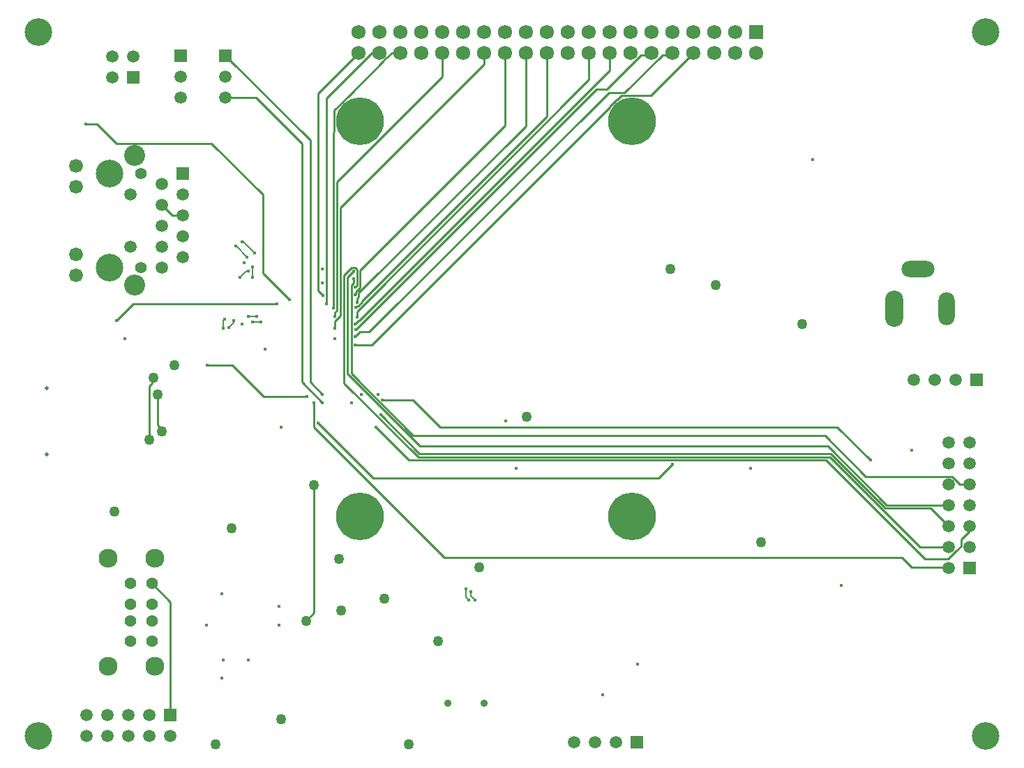
<source format=gbl>
G04*
G04 #@! TF.GenerationSoftware,Altium Limited,Altium Designer,25.2.1 (25)*
G04*
G04 Layer_Physical_Order=4*
G04 Layer_Color=16711680*
%FSLAX43Y43*%
%MOMM*%
G71*
G04*
G04 #@! TF.SameCoordinates,0A798D29-7D92-4AD3-8B22-41AEFD2D755B*
G04*
G04*
G04 #@! TF.FilePolarity,Positive*
G04*
G01*
G75*
%ADD10C,0.254*%
%ADD119C,0.148*%
%ADD121C,5.800*%
%ADD122C,1.428*%
%ADD123C,2.300*%
%ADD124C,0.500*%
%ADD125R,1.500X1.500*%
%ADD126C,1.500*%
%ADD127C,3.350*%
%ADD128C,2.550*%
%ADD129R,1.508X1.508*%
%ADD130C,1.508*%
%ADD131C,1.408*%
%ADD132C,1.680*%
%ADD133R,1.500X1.500*%
%ADD134R,1.725X1.725*%
%ADD135C,1.725*%
%ADD136C,0.900*%
%ADD137O,2.200X4.400*%
%ADD138O,4.000X2.000*%
%ADD139O,2.000X4.000*%
%ADD140C,0.400*%
%ADD141C,1.270*%
D10*
X113294Y115294D02*
G03*
X112446Y114446I1746J-2594D01*
G01*
X84961Y120043D02*
G03*
X85397Y120479I-521J957D01*
G01*
X81677Y88880D02*
Y89577D01*
X109840Y117740D01*
X81677Y88880D02*
X81688Y88869D01*
X80146Y80854D02*
Y94000D01*
X81677Y92721D02*
Y94677D01*
X80146Y94000D02*
X81073Y94927D01*
X81427D01*
X80146Y80854D02*
X89146Y71854D01*
X80500Y81999D02*
Y93750D01*
X81250Y94500D01*
X81427Y94927D02*
X81677Y94677D01*
X81514Y91914D02*
X82031Y92432D01*
X81000Y92749D02*
X81250Y92999D01*
X81486Y92530D02*
X81677Y92721D01*
X81250Y92999D02*
Y93500D01*
X81486Y92491D02*
Y92530D01*
X82031Y92432D02*
Y94531D01*
X99680Y112180D01*
X88500Y74500D02*
X138500D01*
X138823Y73177D02*
X145990Y66010D01*
X138500Y74500D02*
X143473Y69527D01*
X81000Y82000D02*
X88500Y74500D01*
X80500Y81999D02*
X89322Y73177D01*
X138823D01*
X140000Y75500D02*
X144000Y71500D01*
X88498Y78802D02*
X91800Y75500D01*
X140000D01*
X89281Y72323D02*
X139176D01*
X88000Y71500D02*
X138606D01*
X139176Y72323D02*
X145844Y65656D01*
X139145Y71854D02*
X145697Y65302D01*
X84000Y75500D02*
X88000Y71500D01*
X84552Y77052D02*
X89281Y72323D01*
X89146Y71854D02*
X139145D01*
X138606Y71500D02*
X150606Y59500D01*
X81000Y82000D02*
Y92749D01*
X77573Y91500D02*
Y91540D01*
X77000Y92113D02*
X77573Y91540D01*
X64000Y110000D02*
X70250Y103750D01*
Y94250D02*
X73500Y91000D01*
X70250Y94250D02*
Y103750D01*
X77000Y76000D02*
X83700Y69300D01*
X118300D02*
X120000Y71000D01*
X83700Y69300D02*
X118300D01*
X76500Y75500D02*
Y78500D01*
Y75500D02*
X92300Y59700D01*
X147800D01*
X149000Y58500D01*
X84802Y78802D02*
X88498D01*
X83173Y87073D02*
X112281Y116181D01*
X81564Y87364D02*
X110736Y116535D01*
X111996D01*
X81500Y86500D02*
X82073Y87073D01*
X83173D01*
X82312Y90812D02*
X104760Y113260D01*
Y121000D01*
X81803Y90268D02*
X81867D01*
X81542Y90046D02*
X81581D01*
X81690Y90695D02*
X81718Y90723D01*
Y91181D02*
X81913Y91375D01*
Y91813D01*
X109840Y117740D02*
Y121000D01*
X82312Y90713D02*
Y90812D01*
X81581Y90046D02*
X81803Y90268D01*
X81718Y90723D02*
Y91181D01*
X81867Y90268D02*
X82312Y90713D01*
X113294Y115294D02*
X113827Y115827D01*
X81500Y85500D02*
X83500D01*
X113827Y115827D02*
X117367D01*
X83500Y85500D02*
X112446Y114446D01*
X112281Y116181D02*
X114182D01*
X81514Y91580D02*
Y91914D01*
X81486Y91552D02*
X81514Y91580D01*
X102220Y112120D02*
Y121000D01*
X81913Y91813D02*
X102220Y112120D01*
X99680Y112180D02*
Y121000D01*
X63500Y83000D02*
X66600D01*
X70400Y79200D02*
X75600D01*
X66600Y83000D02*
X70400Y79200D01*
X48748Y112352D02*
X50148D01*
X52500Y110000D01*
X77000Y92113D02*
Y92427D01*
X78000Y115500D02*
X83500Y121000D01*
X78000Y90540D02*
Y115500D01*
X77000Y116100D02*
X81900Y121000D01*
X77000Y92427D02*
Y116100D01*
X76000Y81000D02*
Y110381D01*
Y81000D02*
X77500Y79500D01*
X65750Y120631D02*
X76000Y110381D01*
X69449Y115551D02*
X75000Y110000D01*
Y81000D02*
X77500Y78500D01*
X75000Y81000D02*
Y110000D01*
X65750Y115551D02*
X69449D01*
X78000Y90500D02*
Y90540D01*
X52500Y110000D02*
X64000D01*
X143473Y69527D02*
X153895D01*
X154872Y68550D01*
X151304Y65656D02*
X153490Y63470D01*
X145844Y65656D02*
X151304D01*
X145698Y65302D02*
X150070Y60930D01*
X145697Y65302D02*
X145698D01*
X150070Y60930D02*
X153490D01*
X150606Y59500D02*
X150606Y59500D01*
X152000D01*
X84000Y75500D02*
X84000D01*
X153442Y59500D02*
X154467Y60525D01*
X152633Y59500D02*
X153442D01*
X152000D02*
X152633D01*
X154467Y60525D02*
X155008Y61065D01*
Y61875D02*
X156030Y62897D01*
X155008Y61065D02*
Y61875D01*
X154872Y68550D02*
X156030D01*
X145990Y66010D02*
X153490D01*
X81961Y88462D02*
X112380Y118881D01*
X81448Y88052D02*
X81450D01*
X81860Y88462D01*
X81961D01*
X78865Y90000D02*
Y111357D01*
X78913Y111405D01*
X79000Y89396D02*
X79292Y89688D01*
Y105292D01*
X92060Y118060D01*
X79646Y89042D02*
Y102146D01*
X79427Y88823D02*
X79646Y89042D01*
Y102146D02*
X97140Y119640D01*
X79000Y89000D02*
Y89396D01*
X119756Y120756D02*
X120000Y121000D01*
X114182Y116181D02*
X118757Y120756D01*
X119756D01*
X153380Y58500D02*
X153490Y58390D01*
X149000Y58500D02*
X153380D01*
X112380Y118881D02*
Y121000D01*
X156030Y62897D02*
Y63470D01*
X92060Y118060D02*
Y121000D01*
X80745Y115827D02*
X84961Y120043D01*
X85918Y121000D02*
X86980D01*
X85397Y120479D02*
X85918Y121000D01*
X97140Y119640D02*
Y121000D01*
X78913Y111405D02*
Y113995D01*
X80745Y115827D01*
X79000Y87500D02*
Y88396D01*
X79427Y88823D01*
X83500Y121000D02*
X84440D01*
X52500Y88500D02*
X54500Y90500D01*
X72000D01*
X59270Y101270D02*
X60540D01*
X58000Y102540D02*
X59270Y101270D01*
X117216Y120756D02*
X117460Y121000D01*
X116216Y120756D02*
X117216D01*
X111996Y116535D02*
X116216Y120756D01*
X117367Y115827D02*
X122540Y121000D01*
X56830Y56500D02*
X59040Y54290D01*
Y40500D02*
Y54290D01*
X75500Y52000D02*
X76500Y53000D01*
Y68500D01*
X56500Y80500D02*
X56806Y80806D01*
Y81306D02*
X57000Y81500D01*
X56806Y80806D02*
Y81306D01*
X56500Y74000D02*
Y80500D01*
X58000Y75000D02*
Y75275D01*
X57500Y75775D02*
X58000Y75275D01*
X57500Y75775D02*
Y79500D01*
D119*
X67908Y98014D02*
X69291Y96631D01*
X67736Y98014D02*
X67908D01*
X67000Y97500D02*
X67033Y97500D01*
X68327Y96206D01*
X68250Y94500D02*
X68500D01*
X67500Y93750D02*
X68250Y94500D01*
X69000Y93750D02*
Y95000D01*
X65500Y88500D02*
X65605Y88605D01*
X66168Y87643D02*
X66750Y88225D01*
X65500Y87500D02*
Y88500D01*
X66168Y87575D02*
Y87643D01*
X66750Y88225D02*
Y88500D01*
X69000Y88250D02*
X70000D01*
X68500Y89000D02*
X69500D01*
X94921Y55797D02*
Y55874D01*
Y54829D02*
Y55797D01*
Y54829D02*
X95250Y54500D01*
X95500Y55000D02*
Y55500D01*
Y55000D02*
X96000Y54500D01*
D121*
X115040Y112700D02*
D03*
X82040D02*
D03*
X115040Y64700D02*
D03*
X82040D02*
D03*
D122*
X56830Y56500D02*
D03*
Y54000D02*
D03*
Y52000D02*
D03*
Y49500D02*
D03*
X54210Y56500D02*
D03*
Y54000D02*
D03*
Y52000D02*
D03*
Y49500D02*
D03*
D123*
X57180Y59570D02*
D03*
X51500D02*
D03*
X57180Y46430D02*
D03*
X51500D02*
D03*
D124*
X44050Y80235D02*
D03*
Y72235D02*
D03*
D125*
X59040Y40500D02*
D03*
X156893Y81264D02*
D03*
X115697Y37211D02*
D03*
D126*
X59040Y37960D02*
D03*
X56500Y40500D02*
D03*
Y37960D02*
D03*
X53960Y40500D02*
D03*
Y37960D02*
D03*
X51420Y40500D02*
D03*
Y37960D02*
D03*
X48880Y40500D02*
D03*
Y37960D02*
D03*
X153490Y58390D02*
D03*
X156030Y60930D02*
D03*
X153490D02*
D03*
X156030Y63470D02*
D03*
X153490D02*
D03*
X156030Y66010D02*
D03*
X153490D02*
D03*
X156030Y68550D02*
D03*
X153490D02*
D03*
X156030Y71090D02*
D03*
X153490D02*
D03*
X156030Y73630D02*
D03*
X153490D02*
D03*
X154353Y81264D02*
D03*
X151813D02*
D03*
X149273D02*
D03*
X52000Y118000D02*
D03*
X54540Y120540D02*
D03*
X52000D02*
D03*
X60289Y115551D02*
D03*
Y118091D02*
D03*
X65750Y115551D02*
D03*
Y118091D02*
D03*
X108077Y37211D02*
D03*
X110617D02*
D03*
X113157D02*
D03*
D127*
X51650Y106350D02*
D03*
Y94920D02*
D03*
X158000Y38000D02*
D03*
X43000Y123500D02*
D03*
X158000D02*
D03*
X43000Y38000D02*
D03*
D128*
X54700Y108485D02*
D03*
Y92785D02*
D03*
D129*
X60540Y106350D02*
D03*
D130*
X58000Y105080D02*
D03*
X60540Y103810D02*
D03*
X58000Y102540D02*
D03*
X60540Y101270D02*
D03*
X58000Y100000D02*
D03*
X60540Y98730D02*
D03*
X58000Y97460D02*
D03*
X60540Y96190D02*
D03*
X58000Y94920D02*
D03*
X54210Y103810D02*
D03*
Y97460D02*
D03*
D131*
X55480Y106350D02*
D03*
Y94920D02*
D03*
D132*
X47590Y107275D02*
D03*
Y104735D02*
D03*
Y96535D02*
D03*
Y93995D02*
D03*
D133*
X156030Y58390D02*
D03*
X54540Y118000D02*
D03*
X60289Y120631D02*
D03*
X65750D02*
D03*
D134*
X130160Y123540D02*
D03*
D135*
Y121000D02*
D03*
X127620Y123540D02*
D03*
Y121000D02*
D03*
X125080Y123540D02*
D03*
Y121000D02*
D03*
X122540Y123540D02*
D03*
Y121000D02*
D03*
X120000Y123540D02*
D03*
Y121000D02*
D03*
X117460Y123540D02*
D03*
Y121000D02*
D03*
X114920Y123540D02*
D03*
Y121000D02*
D03*
X112380Y123540D02*
D03*
Y121000D02*
D03*
X109840Y123540D02*
D03*
Y121000D02*
D03*
X107300Y123540D02*
D03*
Y121000D02*
D03*
X104760Y123540D02*
D03*
Y121000D02*
D03*
X102220Y123540D02*
D03*
Y121000D02*
D03*
X99680Y123540D02*
D03*
Y121000D02*
D03*
X97140Y123540D02*
D03*
Y121000D02*
D03*
X94600Y123540D02*
D03*
Y121000D02*
D03*
X92060Y123540D02*
D03*
Y121000D02*
D03*
X89520Y123540D02*
D03*
Y121000D02*
D03*
X86980Y123540D02*
D03*
Y121000D02*
D03*
X84440Y123540D02*
D03*
Y121000D02*
D03*
X81900Y123540D02*
D03*
Y121000D02*
D03*
D136*
X97150Y41950D02*
D03*
X92750D02*
D03*
D137*
X146920Y89900D02*
D03*
D138*
X149820Y94700D02*
D03*
D139*
X153220Y89900D02*
D03*
D140*
X69291Y96631D02*
D03*
X67736Y98014D02*
D03*
X68327Y96206D02*
D03*
X67500Y93750D02*
D03*
X68500Y94500D02*
D03*
X69000Y93750D02*
D03*
Y95000D02*
D03*
X65605Y88605D02*
D03*
X66750Y88500D02*
D03*
X65500Y87500D02*
D03*
X66168Y87575D02*
D03*
X68500Y89000D02*
D03*
X70000Y88250D02*
D03*
X69000D02*
D03*
X69500Y89000D02*
D03*
X94921Y55874D02*
D03*
X96000Y54500D02*
D03*
X95250D02*
D03*
X95500Y55500D02*
D03*
X81688Y88869D02*
D03*
X81250Y94500D02*
D03*
Y93500D02*
D03*
X65250Y45000D02*
D03*
X149000Y72750D02*
D03*
X129500Y70500D02*
D03*
X115750Y46750D02*
D03*
X140500Y56250D02*
D03*
X111500Y43000D02*
D03*
X101000Y70500D02*
D03*
X82250Y79500D02*
D03*
X81000Y78500D02*
D03*
X99750Y76250D02*
D03*
X84250Y79500D02*
D03*
X53500Y86250D02*
D03*
X70500Y85000D02*
D03*
X72500Y75500D02*
D03*
X68500Y47250D02*
D03*
X63450Y51440D02*
D03*
X65500Y47250D02*
D03*
X65250Y55250D02*
D03*
X72250Y53750D02*
D03*
Y51500D02*
D03*
X137000Y108000D02*
D03*
X79000Y86250D02*
D03*
X77500Y93000D02*
D03*
X77573Y91500D02*
D03*
X77500Y94750D02*
D03*
X68000Y95500D02*
D03*
X67750Y88000D02*
D03*
X77000Y76000D02*
D03*
X81690Y90695D02*
D03*
X81542Y90046D02*
D03*
X81486Y91552D02*
D03*
X81486Y92491D02*
D03*
X63500Y83000D02*
D03*
X75600Y79200D02*
D03*
X48748Y112352D02*
D03*
X77500Y78500D02*
D03*
Y79500D02*
D03*
X144000Y71500D02*
D03*
X84802Y78802D02*
D03*
X84000Y75500D02*
D03*
X84552Y77052D02*
D03*
X120000Y71000D02*
D03*
X81500Y85500D02*
D03*
Y86500D02*
D03*
X78865Y90000D02*
D03*
X81564Y87364D02*
D03*
X81448Y88052D02*
D03*
X76500Y78500D02*
D03*
X78000Y90500D02*
D03*
X79000Y89000D02*
D03*
X67000Y97500D02*
D03*
X73500Y91000D02*
D03*
X52500Y88500D02*
D03*
X72000Y90500D02*
D03*
X79000Y87500D02*
D03*
D141*
X85000Y54666D02*
D03*
X102250Y76750D02*
D03*
X79750Y53250D02*
D03*
X130750Y61500D02*
D03*
X135750Y88000D02*
D03*
X125250Y92750D02*
D03*
X119750Y94750D02*
D03*
X59500Y83000D02*
D03*
X52250Y65250D02*
D03*
X66500Y63250D02*
D03*
X79500Y59500D02*
D03*
X96500Y58500D02*
D03*
X91500Y49500D02*
D03*
X72500Y40000D02*
D03*
X88000Y37000D02*
D03*
X64500D02*
D03*
X76500Y68500D02*
D03*
X75500Y52000D02*
D03*
X56500Y74000D02*
D03*
X58000Y75000D02*
D03*
X57500Y79500D02*
D03*
X57000Y81500D02*
D03*
M02*

</source>
